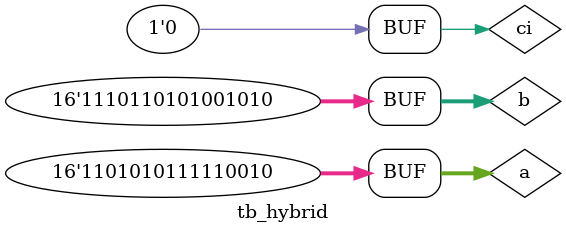
<source format=v>
module tb_hybrid();

reg [15:0] a, b;
reg ci;
wire [15:0] s;
wire co;

hybrid hy(.a(a), .b(b), .ci(ci), .s(s), .co(co));

initial begin
	a = 16'b1101_0101_1111_0010;
	b = 16'b1110_1101_0100_1010;
	ci = 0;
end

endmodule
</source>
